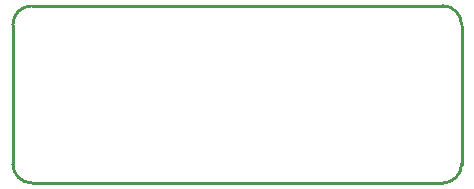
<source format=gko>
G04 Layer: BoardOutline*
G04 EasyEDA v6.4.25, 2021-11-13T21:47:53+08:00*
G04 5f2a3f83ced14d76a3667b2aff7d93ec,987c639a94b84ffc8c6145f2c3ae8d38,10*
G04 Gerber Generator version 0.2*
G04 Scale: 100 percent, Rotated: No, Reflected: No *
G04 Dimensions in millimeters *
G04 leading zeros omitted , absolute positions ,4 integer and 5 decimal *
%FSLAX45Y45*%
%MOMM*%

%ADD10C,0.2540*%
D10*
X4283699Y15634500D02*
G01*
X803699Y15634500D01*
X643699Y15794499D02*
G01*
X643699Y16974499D01*
X4443699Y16967017D02*
G01*
X4443699Y15787016D01*
X803699Y17134499D02*
G01*
X4283699Y17134499D01*
G75*
G01*
X4283700Y17134500D02*
G02*
X4443700Y16974500I0J-160000D01*
G75*
G01*
X4443700Y15794500D02*
G02*
X4283700Y15634500I-160000J0D01*
G75*
G01*
X803699Y15634500D02*
G02*
X643700Y15794500I0J160000D01*
G75*
G01*
X643700Y16974500D02*
G02*
X803699Y17134500I159999J0D01*

%LPD*%
M02*

</source>
